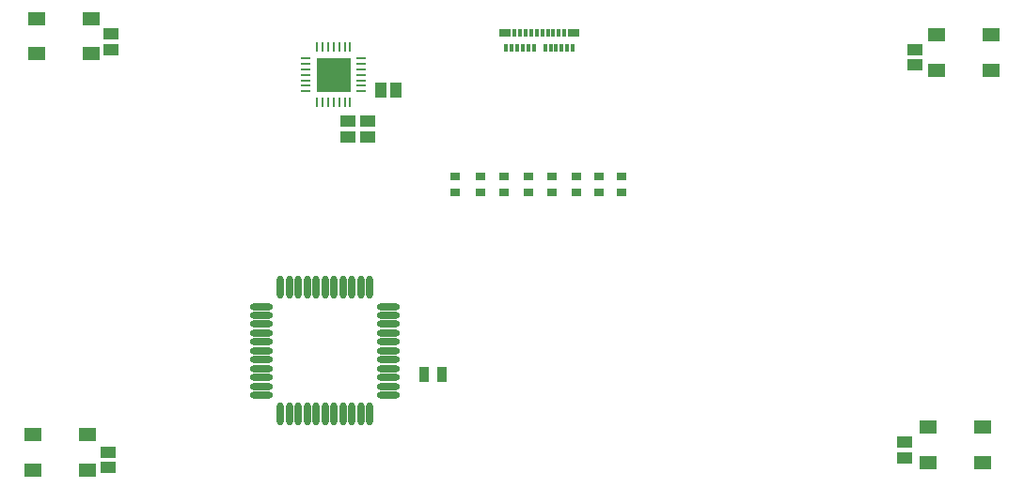
<source format=gbp>
G04*
G04 #@! TF.GenerationSoftware,Altium Limited,Altium Designer,21.2.2 (38)*
G04*
G04 Layer_Color=128*
%FSLAX25Y25*%
%MOIN*%
G70*
G04*
G04 #@! TF.SameCoordinates,98E345A6-E5E3-4E7C-82CD-A9440516B19A*
G04*
G04*
G04 #@! TF.FilePolarity,Positive*
G04*
G01*
G75*
%ADD16R,0.05906X0.04724*%
%ADD18R,0.05315X0.04331*%
%ADD49O,0.02362X0.08071*%
%ADD50O,0.08071X0.02362*%
%ADD51R,0.03347X0.05315*%
%ADD52R,0.04331X0.05315*%
%ADD53O,0.03740X0.00787*%
%ADD54O,0.00787X0.03740*%
%ADD55R,0.12323X0.12323*%
%ADD56R,0.01181X0.02756*%
%ADD57R,0.03937X0.02756*%
%ADD58R,0.03543X0.02559*%
D16*
X140646Y150701D02*
D03*
X121354D02*
D03*
Y163299D02*
D03*
X140646D02*
D03*
X458146Y153201D02*
D03*
X438854D02*
D03*
Y165799D02*
D03*
X458146D02*
D03*
X142000Y311000D02*
D03*
X122709D02*
D03*
Y298402D02*
D03*
X142000D02*
D03*
X461146Y305299D02*
D03*
X441854D02*
D03*
Y292701D02*
D03*
X461146D02*
D03*
D18*
X430500Y154988D02*
D03*
Y160500D02*
D03*
X434000Y300000D02*
D03*
Y294488D02*
D03*
X149000Y305500D02*
D03*
Y299988D02*
D03*
X148000Y157000D02*
D03*
Y151488D02*
D03*
X240000Y268988D02*
D03*
Y274500D02*
D03*
X233000Y268988D02*
D03*
Y274500D02*
D03*
D49*
X240748Y170500D02*
D03*
X237598D02*
D03*
X234449D02*
D03*
X231299D02*
D03*
X228150D02*
D03*
X225000D02*
D03*
X221850D02*
D03*
X218701D02*
D03*
X215551D02*
D03*
X212402D02*
D03*
X209252D02*
D03*
Y215382D02*
D03*
X212402D02*
D03*
X215551D02*
D03*
X218701D02*
D03*
X221850D02*
D03*
X225000D02*
D03*
X228150D02*
D03*
X231299D02*
D03*
X234449D02*
D03*
X237598D02*
D03*
X240748D02*
D03*
D50*
X202559Y177193D02*
D03*
Y180343D02*
D03*
Y183492D02*
D03*
Y186642D02*
D03*
Y189791D02*
D03*
Y192941D02*
D03*
Y196091D02*
D03*
Y199240D02*
D03*
Y202390D02*
D03*
Y205539D02*
D03*
Y208689D02*
D03*
X247441D02*
D03*
Y205539D02*
D03*
Y202390D02*
D03*
Y199240D02*
D03*
Y196091D02*
D03*
Y192941D02*
D03*
Y189791D02*
D03*
Y186642D02*
D03*
Y183492D02*
D03*
Y180343D02*
D03*
Y177193D02*
D03*
D51*
X266500Y184500D02*
D03*
X260004D02*
D03*
D52*
X244744Y285500D02*
D03*
X250256D02*
D03*
D53*
X237744Y296906D02*
D03*
Y294937D02*
D03*
Y292969D02*
D03*
Y291000D02*
D03*
Y289031D02*
D03*
Y287063D02*
D03*
Y285094D02*
D03*
X218256D02*
D03*
Y287063D02*
D03*
Y289031D02*
D03*
Y291000D02*
D03*
Y292969D02*
D03*
Y294937D02*
D03*
Y296906D02*
D03*
D54*
X233906Y281256D02*
D03*
X231937D02*
D03*
X229968D02*
D03*
X228000D02*
D03*
X226031D02*
D03*
X224063D02*
D03*
X222094D02*
D03*
Y300744D02*
D03*
X224063D02*
D03*
X226031D02*
D03*
X228000D02*
D03*
X229968D02*
D03*
X231937D02*
D03*
X233906D02*
D03*
D55*
X228000Y291000D02*
D03*
D56*
X289189Y300657D02*
D03*
X291157D02*
D03*
X293126D02*
D03*
X295094D02*
D03*
X297063D02*
D03*
X299032D02*
D03*
X302969D02*
D03*
X304937D02*
D03*
X306906D02*
D03*
X308874D02*
D03*
X310843D02*
D03*
X312811D02*
D03*
X309858Y305776D02*
D03*
X307890D02*
D03*
X305921D02*
D03*
X303953D02*
D03*
X301984D02*
D03*
X300016D02*
D03*
X298047D02*
D03*
X296079D02*
D03*
X294110D02*
D03*
X292142D02*
D03*
D57*
X288795D02*
D03*
X313205D02*
D03*
D58*
X271000Y249146D02*
D03*
Y254854D02*
D03*
X280000Y249291D02*
D03*
Y255000D02*
D03*
X288500Y249146D02*
D03*
Y254854D02*
D03*
X297000Y249291D02*
D03*
Y255000D02*
D03*
X305500Y249146D02*
D03*
Y254854D02*
D03*
X314000Y249146D02*
D03*
Y254854D02*
D03*
X322000Y249146D02*
D03*
Y254854D02*
D03*
X330000Y249146D02*
D03*
Y254854D02*
D03*
M02*

</source>
